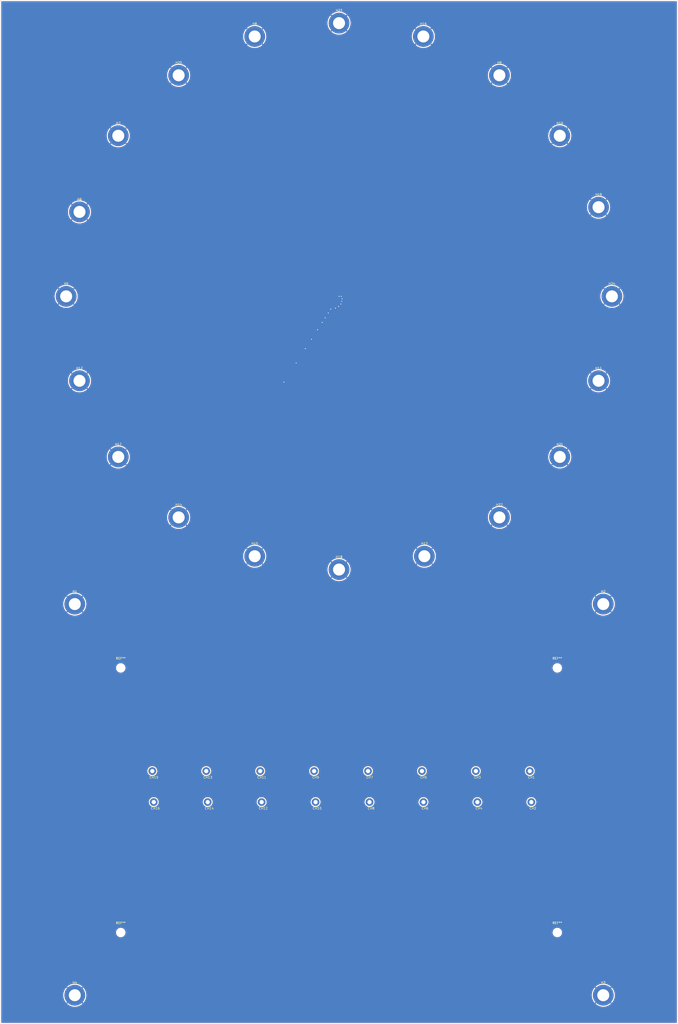
<source format=kicad_pcb>
(kicad_pcb (version 20211014) (generator pcbnew)
  (layers (0 "F.Cu" signal) (1 "In1.Cu" signal) (2 "In2.Cu" signal) (31 "B.Cu" signal) (34 "B.Paste" user) (35 "F.Paste" user) (36 "B.SilkS" user "B.Silkscreen") (37 "F.SilkS" user "F.Silkscreen") (38 "B.Mask" user) (39 "F.Mask" user) (44 "Edge.Cuts" user))
  (net 0 "")
  (net 1 "GND")
  (net 2 "unconnected-(CH1-Pad1)")
  (net 3 "unconnected-(CH2-Pad1)")
  (net 4 "unconnected-(CH3-Pad1)")
  (net 5 "unconnected-(CH4-Pad1)")
  (net 6 "unconnected-(CH5-Pad1)")
  (net 7 "unconnected-(CH6-Pad1)")
  (net 8 "unconnected-(CH7-Pad1)")
  (net 9 "unconnected-(CH8-Pad1)")
  (net 10 "unconnected-(CH9-Pad1)")
  (net 11 "unconnected-(CH10-Pad1)")
  (net 12 "unconnected-(CH11-Pad1)")
  (net 13 "unconnected-(CH12-Pad1)")
  (net 14 "unconnected-(CH13-Pad1)")
  (net 15 "unconnected-(CH14-Pad1)")
  (net 16 "unconnected-(CH15-Pad1)")
  (net 17 "unconnected-(CH16-Pad1)")
  (footprint "MountingHole:MountingHole_3.2mm_M3" (layer "F.Cu") (at 53.34 411.734)
    (fp_text reference "REF**" (at 0 -4.2) (layer "F.SilkS"))
    (fp_text value "MountingHole_3.2mm_M3")
    (pad "" np_thru_hole circle (at 0 0) (size 3.2 3.2) (drill 3.2) (layers *.Cu *.Mask))
  )
  (footprint "MountingHole:MountingHole_5.3mm_M5_DIN965_Pad" (layer "F.Cu") (at 264.6172 91.44)
    (fp_text reference "H19" (at 0 -5.6) (layer "F.SilkS"))
    (fp_text value "MountingHole_Pad")
    (pad "1" thru_hole circle (at 0 0) (size 9.2 9.2) (drill 5.3) (layers *.Cu *.Mask) (net 1 "GND"))
  )
  (footprint "MountingHole:MountingHole_5.3mm_M5_DIN965_Pad" (layer "F.Cu") (at 247.4722 59.8932)
    (fp_text reference "H10" (at 0 -5.6) (layer "F.SilkS"))
    (fp_text value "MountingHole_Pad")
    (pad "1" thru_hole circle (at 0 0) (size 9.2 9.2) (drill 5.3) (layers *.Cu *.Mask) (net 1 "GND"))
  )
  (footprint "MountingHole:MountingHole_5.3mm_M5_DIN965_Pad" (layer "F.Cu") (at 35.1028 93.5228)
    (fp_text reference "H6" (at 0 -5.6) (layer "F.SilkS"))
    (fp_text value "MountingHole_Pad")
    (pad "1" thru_hole circle (at 0 0) (size 9.2 9.2) (drill 5.3) (layers *.Cu *.Mask) (net 1 "GND"))
  )
  (footprint "MountingHole:MountingHole_5.3mm_M5_DIN965_Pad" (layer "F.Cu") (at 187.1472 16.0528)
    (fp_text reference "H16" (at 0 -5.6) (layer "F.SilkS"))
    (fp_text value "MountingHole_Pad")
    (pad "1" thru_hole circle (at 0 0) (size 9.2 9.2) (drill 5.3) (layers *.Cu *.Mask) (net 1 "GND"))
  )
  (footprint "TestPoint:TestPoint_Loop_D2.50mm_Drill1.85mm" (layer "F.Cu") (at 211.041013 354.135267)
    (fp_text reference "CH4" (at 0.7 2.8) (layer "F.SilkS"))
    (fp_text value "READOUT")
    (fp_circle (center 0 0) (end 1.9 0) (layer "F.SilkS") (width 0.12) (fill none))
    (pad "1" thru_hole circle (at 0 0) (size 3.4 3.4) (drill 1.85) (layers *.Cu *.Mask) (net 5 "unconnected-(CH4-Pad1)"))
  )
  (footprint "MountingHole:MountingHole_5.3mm_M5_DIN965_Pad" (layer "F.Cu") (at 52.2478 201.7268)
    (fp_text reference "H17" (at 0 -5.6) (layer "F.SilkS"))
    (fp_text value "MountingHole_Pad")
    (pad "1" thru_hole circle (at 0 0) (size 9.2 9.2) (drill 5.3) (layers *.Cu *.Mask) (net 1 "GND"))
  )
  (footprint "TestPoint:TestPoint_Loop_D2.50mm_Drill1.85mm" (layer "F.Cu") (at 67.936357 354.135267)
    (fp_text reference "CH16" (at 0.7 2.8) (layer "F.SilkS"))
    (fp_text value "READOUT")
    (fp_circle (center 0 0) (end 1.9 0) (layer "F.SilkS") (width 0.12) (fill none))
    (pad "1" thru_hole circle (at 0 0) (size 3.4 3.4) (drill 1.85) (layers *.Cu *.Mask) (net 17 "unconnected-(CH16-Pad1)"))
  )
  (footprint "MountingHole:MountingHole_5.3mm_M5_DIN965_Pad" (layer "F.Cu") (at 149.86 251.46)
    (fp_text reference "H18" (at 0 -5.6) (layer "F.SilkS"))
    (fp_text value "MountingHole_Pad")
    (pad "1" thru_hole circle (at 0 0) (size 9.2 9.2) (drill 5.3) (layers *.Cu *.Mask) (net 1 "GND"))
  )
  (footprint "MountingHole:MountingHole_5.3mm_M5_DIN965_Pad" (layer "F.Cu") (at 270.51 130.81)
    (fp_text reference "H24" (at 0 -5.6) (layer "F.SilkS"))
    (fp_text value "MountingHole_Pad")
    (pad "1" thru_hole circle (at 0 0) (size 9.2 9.2) (drill 5.3) (layers *.Cu *.Mask) (net 1 "GND"))
  )
  (footprint "TestPoint:TestPoint_Loop_D2.50mm_Drill1.85mm" (layer "F.Cu") (at 138.834586 340.444667)
    (fp_text reference "CH9" (at 0.7 2.8) (layer "F.SilkS"))
    (fp_text value "READOUT")
    (fp_circle (center 0 0) (end 1.9 0) (layer "F.SilkS") (width 0.12) (fill none))
    (pad "1" thru_hole circle (at 0 0) (size 3.4 3.4) (drill 1.85) (layers *.Cu *.Mask) (net 10 "unconnected-(CH9-Pad1)"))
  )
  (footprint "MountingHole:MountingHole_3.2mm_M3" (layer "F.Cu") (at 246.38 411.734)
    (fp_text reference "REF**" (at 0 -4.2) (layer "F.SilkS"))
    (fp_text value "MountingHole_3.2mm_M3")
    (pad "" np_thru_hole circle (at 0 0) (size 3.2 3.2) (drill 3.2) (layers *.Cu *.Mask))
  )
  (footprint "MountingHole:MountingHole_5.3mm_M5_DIN965_Pad" (layer "F.Cu") (at 220.7768 33.1978)
    (fp_text reference "H9" (at 0 -5.6) (layer "F.SilkS"))
    (fp_text value "MountingHole_Pad")
    (pad "1" thru_hole circle (at 0 0) (size 9.2 9.2) (drill 5.3) (layers *.Cu *.Mask) (net 1 "GND"))
  )
  (footprint "MountingHole:MountingHole_5.3mm_M5_DIN965_Pad" (layer "F.Cu") (at 149.86 10.16)
    (fp_text reference "H23" (at 0 -5.6) (layer "F.SilkS"))
    (fp_text value "MountingHole_Pad")
    (pad "1" thru_hole circle (at 0 0) (size 9.2 9.2) (drill 5.3) (layers *.Cu *.Mask) (net 1 "GND"))
  )
  (footprint "TestPoint:TestPoint_Loop_D2.50mm_Drill1.85mm" (layer "F.Cu") (at 139.488685 354.135267)
    (fp_text reference "CH10" (at 0.7 2.8) (layer "F.SilkS"))
    (fp_text value "READOUT")
    (fp_circle (center 0 0) (end 1.9 0) (layer "F.SilkS") (width 0.12) (fill none))
    (pad "1" thru_hole circle (at 0 0) (size 3.4 3.4) (drill 1.85) (layers *.Cu *.Mask) (net 11 "unconnected-(CH10-Pad1)"))
  )
  (footprint "TestPoint:TestPoint_Loop_D2.50mm_Drill1.85mm" (layer "F.Cu") (at 91.14518 340.444667)
    (fp_text reference "CH13" (at 0.7 2.8) (layer "F.SilkS"))
    (fp_text value "READOUT")
    (fp_circle (center 0 0) (end 1.9 0) (layer "F.SilkS") (width 0.12) (fill none))
    (pad "1" thru_hole circle (at 0 0) (size 3.4 3.4) (drill 1.85) (layers *.Cu *.Mask) (net 14 "unconnected-(CH13-Pad1)"))
  )
  (footprint "MountingHole:MountingHole_3.2mm_M3" (layer "F.Cu") (at 246.38 411.734)
    (fp_text reference "REF**" (at 0 -4.2) (layer "F.SilkS"))
    (fp_text value "MountingHole_3.2mm_M3")
    (pad "" np_thru_hole circle (at 0 0) (size 3.2 3.2) (drill 3.2) (layers *.Cu *.Mask))
  )
  (footprint "MountingHole:MountingHole_3.2mm_M3" (layer "F.Cu") (at 53.34 411.734)
    (fp_text reference "REF**" (at 0 -4.2) (layer "F.SilkS"))
    (fp_text value "MountingHole_3.2mm_M3")
    (pad "" np_thru_hole circle (at 0 0) (size 3.2 3.2) (drill 3.2) (layers *.Cu *.Mask))
  )
  (footprint "TestPoint:TestPoint_Loop_D2.50mm_Drill1.85mm" (layer "F.Cu") (at 67.300477 340.444667)
    (fp_text reference "CH15" (at 0.7 2.8) (layer "F.SilkS"))
    (fp_text value "READOUT")
    (fp_circle (center 0 0) (end 1.9 0) (layer "F.SilkS") (width 0.12) (fill none))
    (pad "1" thru_hole circle (at 0 0) (size 3.4 3.4) (drill 1.85) (layers *.Cu *.Mask) (net 16 "unconnected-(CH15-Pad1)"))
  )
  (footprint "MountingHole:MountingHole_5.3mm_M5_DIN965_Pad" (layer "F.Cu") (at 33.02 266.7)
    (fp_text reference "H1" (at 0 -5.6) (layer "F.SilkS"))
    (fp_text value "MountingHole_Pad")
    (pad "1" thru_hole circle (at 0 0) (size 9.2 9.2) (drill 5.3) (layers *.Cu *.Mask) (net 1 "GND"))
  )
  (footprint "MountingHole:MountingHole_5.3mm_M5_DIN965_Pad" (layer "F.Cu") (at 78.9432 228.4222)
    (fp_text reference "H14" (at 0 -5.6) (layer "F.SilkS"))
    (fp_text value "MountingHole_Pad")
    (pad "1" thru_hole circle (at 0 0) (size 9.2 9.2) (drill 5.3) (layers *.Cu *.Mask) (net 1 "GND"))
  )
  (footprint "MountingHole:MountingHole_3.2mm_M3" (layer "F.Cu") (at 246.38 294.894)
    (fp_text reference "REF**" (at 0 -4.2) (layer "F.SilkS"))
    (fp_text value "MountingHole_3.2mm_M3")
    (pad "" np_thru_hole circle (at 0 0) (size 3.2 3.2) (drill 3.2) (layers *.Cu *.Mask))
  )
  (footprint "TestPoint:TestPoint_Loop_D2.50mm_Drill1.85mm" (layer "F.Cu") (at 210.368695 340.444667)
    (fp_text reference "CH3" (at 0.7 2.8) (layer "F.SilkS"))
    (fp_text value "READOUT")
    (fp_circle (center 0 0) (end 1.9 0) (layer "F.SilkS") (width 0.12) (fill none))
    (pad "1" thru_hole circle (at 0 0) (size 3.4 3.4) (drill 1.85) (layers *.Cu *.Mask) (net 4 "unconnected-(CH3-Pad1)"))
  )
  (footprint "MountingHole:MountingHole_5.3mm_M5_DIN965_Pad" (layer "F.Cu") (at 220.7768 228.4222)
    (fp_text reference "H22" (at 0 -5.6) (layer "F.SilkS"))
    (fp_text value "MountingHole_Pad")
    (pad "1" thru_hole circle (at 0 0) (size 9.2 9.2) (drill 5.3) (layers *.Cu *.Mask) (net 1 "GND"))
  )
  (footprint "TestPoint:TestPoint_Loop_D2.50mm_Drill1.85mm" (layer "F.Cu") (at 114.989883 340.444667)
    (fp_text reference "CH11" (at 0.7 2.8) (layer "F.SilkS"))
    (fp_text value "READOUT")
    (fp_circle (center 0 0) (end 1.9 0) (layer "F.SilkS") (width 0.12) (fill none))
    (pad "1" thru_hole circle (at 0 0) (size 3.4 3.4) (drill 1.85) (layers *.Cu *.Mask) (net 12 "unconnected-(CH11-Pad1)"))
  )
  (footprint "MountingHole:MountingHole_5.3mm_M5_DIN965_Pad" (layer "F.Cu") (at 33.02 439.42)
    (fp_text reference "H4" (at 0 -5.6) (layer "F.SilkS"))
    (fp_text value "MountingHole_Pad")
    (pad "1" thru_hole circle (at 0 0) (size 9.2 9.2) (drill 5.3) (layers *.Cu *.Mask) (net 1 "GND"))
  )
  (footprint "MountingHole:MountingHole_3.2mm_M3" (layer "F.Cu") (at 53.34 294.894)
    (fp_text reference "REF**" (at 0 -4.2) (layer "F.SilkS"))
    (fp_text value "MountingHole_3.2mm_M3")
    (pad "" np_thru_hole circle (at 0 0) (size 3.2 3.2) (drill 3.2) (layers *.Cu *.Mask))
  )
  (footprint "TestPoint:TestPoint_Loop_D2.50mm_Drill1.85mm" (layer "F.Cu") (at 162.679289 340.444667)
    (fp_text reference "CH7" (at 0.7 2.8) (layer "F.SilkS"))
    (fp_text value "READOUT")
    (fp_circle (center 0 0) (end 1.9 0) (layer "F.SilkS") (width 0.12) (fill none))
    (pad "1" thru_hole circle (at 0 0) (size 3.4 3.4) (drill 1.85) (layers *.Cu *.Mask) (net 8 "unconnected-(CH7-Pad1)"))
  )
  (footprint "TestPoint:TestPoint_Loop_D2.50mm_Drill1.85mm" (layer "F.Cu") (at 234.891789 354.135267)
    (fp_text reference "CH2" (at 0.7 2.8) (layer "F.SilkS"))
    (fp_text value "READOUT")
    (fp_circle (center 0 0) (end 1.9 0) (layer "F.SilkS") (width 0.12) (fill none))
    (pad "1" thru_hole circle (at 0 0) (size 3.4 3.4) (drill 1.85) (layers *.Cu *.Mask) (net 3 "unconnected-(CH2-Pad1)"))
  )
  (footprint "MountingHole:MountingHole_5.3mm_M5_DIN965_Pad" (layer "F.Cu") (at 35.1028 168.0972)
    (fp_text reference "H12" (at 0 -5.6) (layer "F.SilkS"))
    (fp_text value "MountingHole_Pad")
    (pad "1" thru_hole circle (at 0 0) (size 9.2 9.2) (drill 5.3) (layers *.Cu *.Mask) (net 1 "GND"))
  )
  (footprint "MountingHole:MountingHole_3.2mm_M3" (layer "F.Cu") (at 246.38 294.894)
    (fp_text reference "REF**" (at 0 -4.2) (layer "F.SilkS"))
    (fp_text value "MountingHole_3.2mm_M3")
    (pad "" np_thru_hole circle (at 0 0) (size 3.2 3.2) (drill 3.2) (layers *.Cu *.Mask))
  )
  (footprint "TestPoint:TestPoint_Loop_D2.50mm_Drill1.85mm" (layer "F.Cu") (at 91.787133 354.135267)
    (fp_text reference "CH14" (at 0.7 2.8) (layer "F.SilkS"))
    (fp_text value "READOUT")
    (fp_circle (center 0 0) (end 1.9 0) (layer "F.SilkS") (width 0.12) (fill none))
    (pad "1" thru_hole circle (at 0 0) (size 3.4 3.4) (drill 1.85) (layers *.Cu *.Mask) (net 15 "unconnected-(CH14-Pad1)"))
  )
  (footprint "TestPoint:TestPoint_Loop_D2.50mm_Drill1.85mm" (layer "F.Cu") (at 163.339461 354.135267)
    (fp_text reference "CH8" (at 0.7 2.8) (layer "F.SilkS"))
    (fp_text value "READOUT")
    (fp_circle (center 0 0) (end 1.9 0) (layer "F.SilkS") (width 0.12) (fill none))
    (pad "1" thru_hole circle (at 0 0) (size 3.4 3.4) (drill 1.85) (layers *.Cu *.Mask) (net 9 "unconnected-(CH8-Pad1)"))
  )
  (footprint "TestPoint:TestPoint_Loop_D2.50mm_Drill1.85mm" (layer "F.Cu") (at 234.2134 340.444667)
    (fp_text reference "CH1" (at 0.7 2.8) (layer "F.SilkS"))
    (fp_text value "READOUT")
    (fp_circle (center 0 0) (end 1.9 0) (layer "F.SilkS") (width 0.12) (fill none))
    (pad "1" thru_hole circle (at 0 0) (size 3.4 3.4) (drill 1.85) (layers *.Cu *.Mask) (net 2 "unconnected-(CH1-Pad1)"))
  )
  (footprint "TestPoint:TestPoint_Loop_D2.50mm_Drill1.85mm" (layer "F.Cu") (at 115.637909 354.135267)
    (fp_text reference "CH12" (at 0.7 2.8) (layer "F.SilkS"))
    (fp_text value "READOUT")
    (fp_circle (center 0 0) (end 1.9 0) (layer "F.SilkS") (width 0.12) (fill none))
    (pad "1" thru_hole circle (at 0 0) (size 3.4 3.4) (drill 1.85) (layers *.Cu *.Mask) (net 13 "unconnected-(CH12-Pad1)"))
  )
  (footprint "MountingHole:MountingHole_5.3mm_M5_DIN965_Pad" (layer "F.Cu") (at 264.6172 168.0972)
    (fp_text reference "H11" (at 0 -5.6) (layer "F.SilkS"))
    (fp_text value "MountingHole_Pad")
    (pad "1" thru_hole circle (at 0 0) (size 9.2 9.2) (drill 5.3) (layers *.Cu *.Mask) (net 1 "GND"))
  )
  (footprint "MountingHole:MountingHole_5.3mm_M5_DIN965_Pad" (layer "F.Cu") (at 52.2478 59.8932)
    (fp_text reference "H7" (at 0 -5.6) (layer "F.SilkS"))
    (fp_text value "MountingHole_Pad")
    (pad "1" thru_hole circle (at 0 0) (size 9.2 9.2) (drill 5.3) (layers *.Cu *.Mask) (net 1 "GND"))
  )
  (footprint "TestPoint:TestPoint_Loop_D2.50mm_Drill1.85mm" (layer "F.Cu") (at 186.523992 340.444667)
    (fp_text reference "CH5" (at 0.7 2.8) (layer "F.SilkS"))
    (fp_text value "READOUT")
    (fp_circle (center 0 0) (end 1.9 0) (layer "F.SilkS") (width 0.12) (fill none))
    (pad "1" thru_hole circle (at 0 0) (size 3.4 3.4) (drill 1.85) (layers *.Cu *.Mask) (net 6 "unconnected-(CH5-Pad1)"))
  )
  (footprint "MountingHole:MountingHole_5.3mm_M5_DIN965_Pad" (layer "F.Cu") (at 266.7 266.7)
    (fp_text reference "H2" (at 0 -5.6) (layer "F.SilkS"))
    (fp_text value "MountingHole_Pad")
    (pad "1" thru_hole circle (at 0 0) (size 9.2 9.2) (drill 5.3) (layers *.Cu *.Mask) (net 1 "GND"))
  )
  (footprint "MountingHole:MountingHole_5.3mm_M5_DIN965_Pad" (layer "F.Cu") (at 112.5728 16.0528)
    (fp_text reference "H8" (at 0 -5.6) (layer "F.SilkS"))
    (fp_text value "MountingHole_Pad")
    (pad "1" thru_hole circle (at 0 0) (size 9.2 9.2) (drill 5.3) (layers *.Cu *.Mask) (net 1 "GND"))
  )
  (footprint "MountingHole:MountingHole_5.3mm_M5_DIN965_Pad" (layer "F.Cu") (at 29.21 130.81)
    (fp_text reference "H5" (at 0 -5.6) (layer "F.SilkS"))
    (fp_text value "MountingHole_Pad")
    (pad "1" thru_hole circle (at 0 0) (size 9.2 9.2) (drill 5.3) (layers *.Cu *.Mask) (net 1 "GND"))
  )
  (footprint "MountingHole:MountingHole_5.3mm_M5_DIN965_Pad" (layer "F.Cu") (at 247.4722 201.7268)
    (fp_text reference "H21" (at 0 -5.6) (layer "F.SilkS"))
    (fp_text value "MountingHole_Pad")
    (pad "1" thru_hole circle (at 0 0) (size 9.2 9.2) (drill 5.3) (layers *.Cu *.Mask) (net 1 "GND"))
  )
  (footprint "MountingHole:MountingHole_5.3mm_M5_DIN965_Pad" (layer "F.Cu") (at 187.6044 245.5672)
    (fp_text reference "H13" (at 0 -5.6) (layer "F.SilkS"))
    (fp_text value "MountingHole_Pad")
    (pad "1" thru_hole circle (at 0 0) (size 9.2 9.2) (drill 5.3) (layers *.Cu *.Mask) (net 1 "GND"))
  )
  (footprint "TestPoint:TestPoint_Loop_D2.50mm_Drill1.85mm" (layer "F.Cu") (at 187.190237 354.135267)
    (fp_text reference "CH6" (at 0.7 2.8) (layer "F.SilkS"))
    (fp_text value "READOUT")
    (fp_circle (center 0 0) (end 1.9 0) (layer "F.SilkS") (width 0.12) (fill none))
    (pad "1" thru_hole circle (at 0 0) (size 3.4 3.4) (drill 1.85) (layers *.Cu *.Mask) (net 7 "unconnected-(CH6-Pad1)"))
  )
  (footprint "MountingHole:MountingHole_5.3mm_M5_DIN965_Pad" (layer "F.Cu") (at 78.9432 33.1978)
    (fp_text reference "H20" (at 0 -5.6) (layer "F.SilkS"))
    (fp_text value "MountingHole_Pad")
    (pad "1" thru_hole circle (at 0 0) (size 9.2 9.2) (drill 5.3) (layers *.Cu *.Mask) (net 1 "GND"))
  )
  (footprint "MountingHole:MountingHole_3.2mm_M3" (layer "F.Cu") (at 53.34 294.894)
    (fp_text reference "REF**" (at 0 -4.2) (layer "F.SilkS"))
    (fp_text value "MountingHole_3.2mm_M3")
    (pad "" np_thru_hole circle (at 0 0) (size 3.2 3.2) (drill 3.2) (layers *.Cu *.Mask))
  )
  (footprint "MountingHole:MountingHole_5.3mm_M5_DIN965_Pad" (layer "F.Cu") (at 266.7 439.42)
    (fp_text reference "H3" (at 0 -5.6) (layer "F.SilkS"))
    (fp_text value "MountingHole_Pad")
    (pad "1" thru_hole circle (at 0 0) (size 9.2 9.2) (drill 5.3) (layers *.Cu *.Mask) (net 1 "GND"))
  )
  (footprint "MountingHole:MountingHole_5.3mm_M5_DIN965_Pad" (layer "F.Cu") (at 112.5728 245.5672)
    (fp_text reference "H15" (at 0 -5.6) (layer "F.SilkS"))
    (fp_text value "MountingHole_Pad")
    (pad "1" thru_hole circle (at 0 0) (size 9.2 9.2) (drill 5.3) (layers *.Cu *.Mask) (net 1 "GND"))
  )
  (gr_circle (center 149.86 130.81) (end 153.35758 130.81) (layer "F.Cu") (width 0.9398) (fill none))
  (gr_circle (center 149.86 130.81) (end 150.209758 130.81) (layer "F.Cu") (width 0.381) (fill none))
  (gr_circle (center 149.86 130.81) (end 172.35932 130.81) (layer "F.Cu") (width 4.826) (fill none))
  (gr_circle (center 149.86 130.81) (end 177.35804 130.81) (layer "F.Cu") (width 4.826) (fill none))
  (gr_circle (center 149.86 130.81) (end 151.60752 130.81) (layer "F.Cu") (width 0.635) (fill none))
  (gr_circle (center 149.86 130.81) (end 156.60878 130.81) (layer "F.Cu") (width 1.4224) (fill none))
  (gr_circle (center 149.86 130.81) (end 150.909782 130.81) (layer "F.Cu") (width 0.508) (fill none))
  (gr_circle (center 149.86 130.81) (end 155.359862 130.81) (layer "F.Cu") (width 0.9652) (fill none))
  (gr_circle (center 149.86 130.81) (end 152.4 130.81) (layer "F.Cu") (width 0.8128) (fill none))
  (gr_circle (center 149.86 130.81) (end 184.8358 130.81) (layer "F.Cu") (width 9.652) (fill none))
  (gr_circle (center 149.86 130.81) (end 167.357806 130.81) (layer "F.Cu") (width 4.826) (fill none))
  (gr_circle (center 149.86 130.81) (end 158.60776 130.81) (layer "F.Cu") (width 2.413) (fill none))
  (gr_circle (center 149.86 130.81) (end 161.10966 130.81) (layer "F.Cu") (width 2.413) (fill none))
  (gr_circle (center 149.86 130.81) (end 154.35834 130.81) (layer "F.Cu") (width 0.9398) (fill none))
  (gr_circle (center 149.85238 130.81) (end 163.6014 130.81) (layer "F.Cu") (width 2.413) (fill none))
  (gr_circle (center 149.86 130.81) (end 194.8434 130.81) (layer "F.Cu") (width 9.652) (fill none))
  (gr_line (start 299.72 452.12) (end 0 452.12) (layer "Edge.Cuts") (width 0.1))
  (gr_line (start 0 452.12) (end 0 0) (layer "Edge.Cuts") (width 0.1))
  (gr_line (start 299.72 452.12) (end 299.72 0) (layer "Edge.Cuts") (width 0.1))
  (gr_line (start 299.72 0) (end 0 0) (layer "Edge.Cuts") (width 0.1))
  (via blind (at 149.86 130.81) (size 0.8) (drill 0.4) (layers "F.Cu" "In2.Cu") (net 2))
  (via blind (at 150.8506 130.81) (size 0.8) (drill 0.4) (layers "F.Cu" "In2.Cu") (net 3))
  (via blind (at 151.2062 131.8768) (size 0.8) (drill 0.4) (layers "F.Cu" "In2.Cu") (net 4))
  (via blind (at 151.1046 133.0198) (size 0.8) (drill 0.4) (layers "F.Cu" "In2.Cu") (net 5))
  (via blind (at 150.6982 134.2136) (size 0.8) (drill 0.4) (layers "F.Cu" "In2.Cu") (net 6))
  (via blind (at 149.6568 135.255) (size 0.8) (drill 0.4) (layers "F.Cu" "In2.Cu") (net 7))
  (via blind (at 148.2344 136.017) (size 0.8) (drill 0.4) (layers "F.Cu" "In2.Cu") (net 8))
  (via blind (at 146.2024 136.4488) (size 0.8) (drill 0.4) (layers "F.Cu" "In2.Cu") (net 9))
  (via blind (at 145.1102 138.176) (size 0.8) (drill 0.4) (layers "F.Cu" "In2.Cu") (net 10))
  (via blind (at 143.7386 140.2842) (size 0.8) (drill 0.4) (layers "F.Cu" "In2.Cu") (net 11))
  (via blind (at 142.4178 142.367) (size 0.8) (drill 0.4) (layers "F.Cu" "In2.Cu") (net 12))
  (via blind (at 140.3604 145.542) (size 0.8) (drill 0.4) (layers "F.Cu" "In2.Cu") (net 13))
  (via blind (at 137.7188 149.733) (size 0.8) (drill 0.4) (layers "F.Cu" "In2.Cu") (net 14))
  (via blind (at 134.9756 153.8986) (size 0.8) (drill 0.4) (layers "F.Cu" "In2.Cu") (net 15))
  (via blind (at 130.9116 160.2232) (size 0.8) (drill 0.4) (layers "F.Cu" "In2.Cu") (net 16))
  (via blind (at 125.476 168.6814) (size 0.8) (drill 0.4) (layers "F.Cu" "In2.Cu") (net 17))
  (zone (net 1) (net_name "GND") (layers "F.Cu" "In1.Cu" "In2.Cu" "B.Cu") (connect_pads (clearance 0.508)) (min_thickness 0.254) (fill yes (thermal_gap 0.508) (thermal_bridge_width 0.508))
    (polygon (pts (xy 299.72 452.12) (xy 0.0254 452.12) (xy 0 0.0254) (xy 299.72 0)))
  )
)
</source>
